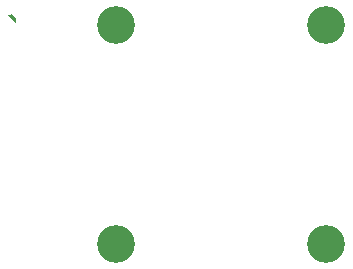
<source format=gbr>
%TF.GenerationSoftware,Altium Limited,Altium Designer,25.7.1 (20)*%
G04 Layer_Color=0*
%FSLAX45Y45*%
%MOMM*%
%TF.SameCoordinates,8EC0096B-1770-4E53-A1A5-517F8E17CF1D*%
%TF.FilePolarity,Positive*%
%TF.FileFunction,NonPlated,1,2,NPTH,Drill*%
%TF.Part,Single*%
G01*
G75*
%TA.AperFunction,OtherDrill,Pad Free-9 (21.298mm,3.302mm)*%
%ADD43C,3.20000*%
%TA.AperFunction,OtherDrill,Pad Free-10 (3.556mm,3.302mm)*%
%ADD44C,3.20000*%
%TA.AperFunction,OtherDrill,Pad Free-8 (21.323mm,21.844mm)*%
%ADD45C,3.20000*%
%TA.AperFunction,OtherDrill,Pad Free-7 (3.556mm,21.844mm)*%
%ADD46C,3.20000*%
G36*
X-558800Y2263140D02*
X-546100D01*
X-533400Y2275840D01*
X-497840Y2240280D01*
Y2189480D01*
X-558800Y2263140D01*
D02*
G37*
D43*
X2129790Y330180D02*
D03*
D44*
X355600D02*
D03*
D45*
X2132330Y2184400D02*
D03*
D46*
X355600D02*
D03*
%TF.MD5,cc85413cdf3126854d1fa5a184a7831f*%
M02*

</source>
